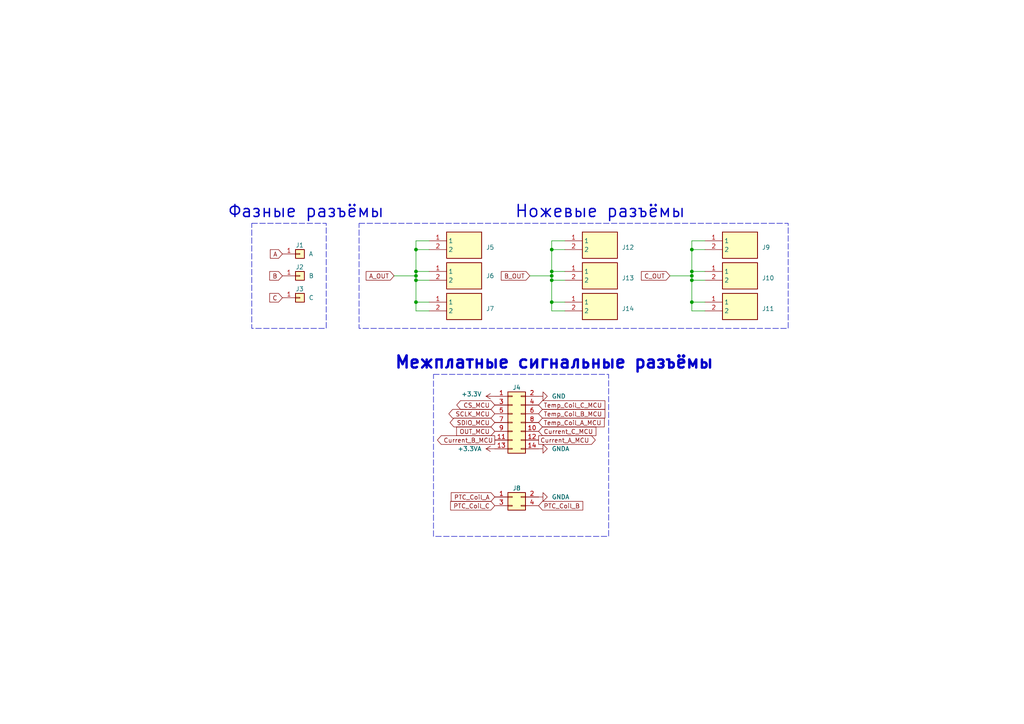
<source format=kicad_sch>
(kicad_sch (version 20230121) (generator eeschema)
  (paper "A4")
  (title_block (comment 1 "МПСТ.76721.758764.03.М Э3"))
  (lib_symbols
    (symbol "4900:4900"
      (property "Reference" "J" (at 16.51 7.62 0))
      (property "Value" "4900" (at 16.51 5.08 0))
      (symbol "4900_1_1"
        (rectangle (start 5.08 2.54) (end 15.24 -5.08) (stroke (width 0.254)) (fill (type background)))
        (pin passive line (at 0 0 0) (length 5.08) (name "1") (number "1"))
        (pin passive line (at 0 -2.54 0) (length 5.08) (name "2") (number "2"))
      )
    )
    (symbol "Connector_Generic:Conn_01x01" (pin_names (offset 1.016) hide)
      (property "Reference" "J" (at 0 2.54 0))
      (property "Value" "Conn_01x01" (at 0 -2.54 0))
      (symbol "Conn_01x01_1_1"
        (rectangle (start -1.27 0.127) (end 0 -0.127) (stroke (width 0.1524)))
        (rectangle (start -1.27 1.27) (end 1.27 -1.27) (stroke (width 0.254)) (fill (type background)))
        (pin passive line (at -5.08 0 0) (length 3.81) (name "Pin_1") (number "1"))
      )
    )
    (symbol "Connector_Generic:Conn_02x02_Odd_Even" (pin_names (offset 1.016) hide)
      (property "Reference" "J" (at 1.27 2.54 0))
      (property "Value" "Conn_02x02_Odd_Even" (at 1.27 -5.08 0))
      (symbol "Conn_02x02_Odd_Even_1_1"
        (rectangle (start -1.27 -2.413) (end 0 -2.667) (stroke (width 0.1524)))
        (rectangle (start -1.27 0.127) (end 0 -0.127) (stroke (width 0.1524)))
        (rectangle (start -1.27 1.27) (end 3.81 -3.81) (stroke (width 0.254)) (fill (type background)))
        (rectangle (start 3.81 -2.413) (end 2.54 -2.667) (stroke (width 0.1524)))
        (rectangle (start 3.81 0.127) (end 2.54 -0.127) (stroke (width 0.1524)))
        (pin passive line (at -5.08 0 0) (length 3.81) (name "Pin_1") (number "1"))
        (pin passive line (at 7.62 0 180) (length 3.81) (name "Pin_2") (number "2"))
        (pin passive line (at -5.08 -2.54 0) (length 3.81) (name "Pin_3") (number "3"))
        (pin passive line (at 7.62 -2.54 180) (length 3.81) (name "Pin_4") (number "4"))
      )
    )
    (symbol "Connector_Generic:Conn_02x07_Odd_Even" (pin_names (offset 1.016) hide)
      (property "Reference" "J" (at 1.27 10.16 0))
      (property "Value" "Conn_02x07_Odd_Even" (at 1.27 -10.16 0))
      (symbol "Conn_02x07_Odd_Even_1_1"
        (rectangle (start -1.27 -7.493) (end 0 -7.747) (stroke (width 0.1524)))
        (rectangle (start -1.27 -4.953) (end 0 -5.207) (stroke (width 0.1524)))
        (rectangle (start -1.27 -2.413) (end 0 -2.667) (stroke (width 0.1524)))
        (rectangle (start -1.27 0.127) (end 0 -0.127) (stroke (width 0.1524)))
        (rectangle (start -1.27 2.667) (end 0 2.413) (stroke (width 0.1524)))
        (rectangle (start -1.27 5.207) (end 0 4.953) (stroke (width 0.1524)))
        (rectangle (start -1.27 7.747) (end 0 7.493) (stroke (width 0.1524)))
        (rectangle (start -1.27 8.89) (end 3.81 -8.89) (stroke (width 0.254)) (fill (type background)))
        (rectangle (start 3.81 -7.493) (end 2.54 -7.747) (stroke (width 0.1524)))
        (rectangle (start 3.81 -4.953) (end 2.54 -5.207) (stroke (width 0.1524)))
        (rectangle (start 3.81 -2.413) (end 2.54 -2.667) (stroke (width 0.1524)))
        (rectangle (start 3.81 0.127) (end 2.54 -0.127) (stroke (width 0.1524)))
        (rectangle (start 3.81 2.667) (end 2.54 2.413) (stroke (width 0.1524)))
        (rectangle (start 3.81 5.207) (end 2.54 4.953) (stroke (width 0.1524)))
        (rectangle (start 3.81 7.747) (end 2.54 7.493) (stroke (width 0.1524)))
        (pin passive line (at -5.08 7.62 0) (length 3.81) (name "Pin_1") (number "1"))
        (pin passive line (at 7.62 -2.54 180) (length 3.81) (name "Pin_10") (number "10"))
        (pin passive line (at -5.08 -5.08 0) (length 3.81) (name "Pin_11") (number "11"))
        (pin passive line (at 7.62 -5.08 180) (length 3.81) (name "Pin_12") (number "12"))
        (pin passive line (at -5.08 -7.62 0) (length 3.81) (name "Pin_13") (number "13"))
        (pin passive line (at 7.62 -7.62 180) (length 3.81) (name "Pin_14") (number "14"))
        (pin passive line (at 7.62 7.62 180) (length 3.81) (name "Pin_2") (number "2"))
        (pin passive line (at -5.08 5.08 0) (length 3.81) (name "Pin_3") (number "3"))
        (pin passive line (at 7.62 5.08 180) (length 3.81) (name "Pin_4") (number "4"))
        (pin passive line (at -5.08 2.54 0) (length 3.81) (name "Pin_5") (number "5"))
        (pin passive line (at 7.62 2.54 180) (length 3.81) (name "Pin_6") (number "6"))
        (pin passive line (at -5.08 0 0) (length 3.81) (name "Pin_7") (number "7"))
        (pin passive line (at 7.62 0 180) (length 3.81) (name "Pin_8") (number "8"))
        (pin passive line (at -5.08 -2.54 0) (length 3.81) (name "Pin_9") (number "9"))
      )
    )
    (symbol "power:+3.3V" (power) (pin_names (offset 0))
      (property "Value" "+3.3V" (at 0 3.556 0))
      (symbol "+3.3V_0_1"
        (polyline (pts (xy -0.762 1.27) (xy 0 2.54)))
        (polyline (pts (xy 0 0) (xy 0 2.54)))
        (polyline (pts (xy 0 2.54) (xy 0.762 1.27)))
      )
      (symbol "+3.3V_1_1"
        (pin power_in line (at 0 0 90) (length 0) hide (name "+3.3V") (number "1"))
      )
    )
    (symbol "power:+3.3VA" (power) (pin_names (offset 0))
      (property "Value" "+3.3VA" (at 0 3.556 0))
      (symbol "+3.3VA_0_1"
        (polyline (pts (xy -0.762 1.27) (xy 0 2.54)))
        (polyline (pts (xy 0 0) (xy 0 2.54)))
        (polyline (pts (xy 0 2.54) (xy 0.762 1.27)))
      )
      (symbol "+3.3VA_1_1"
        (pin power_in line (at 0 0 90) (length 0) hide (name "+3.3VA") (number "1"))
      )
    )
    (symbol "power:GND" (power) (pin_names (offset 0))
      (property "Value" "GND" (at 0 -3.81 0))
      (symbol "GND_0_1"
        (polyline (pts (xy 0 0) (xy 0 -1.27) (xy 1.27 -1.27) (xy 0 -2.54) (xy -1.27 -1.27) (xy 0 -1.27)))
      )
      (symbol "GND_1_1"
        (pin power_in line (at 0 0 270) (length 0) hide (name "GND") (number "1"))
      )
    )
    (symbol "power:GNDA" (power) (pin_names (offset 0))
      (property "Value" "GNDA" (at 0 -3.81 0))
      (symbol "GNDA_0_1"
        (polyline (pts (xy 0 0) (xy 0 -1.27) (xy 1.27 -1.27) (xy 0 -2.54) (xy -1.27 -1.27) (xy 0 -1.27)))
      )
      (symbol "GNDA_1_1"
        (pin power_in line (at 0 0 270) (length 0) hide (name "GNDA") (number "1"))
      )
    )
  )
  (junction (at 160.02 81.28))
  (junction (at 200.66 72.39))
  (junction (at 120.65 78.74))
  (junction (at 160.02 78.74))
  (junction (at 120.65 72.39))
  (junction (at 160.02 72.39))
  (junction (at 120.65 80.01))
  (junction (at 200.66 81.28))
  (junction (at 200.66 87.63))
  (junction (at 120.65 81.28))
  (junction (at 120.65 87.63))
  (junction (at 160.02 87.63))
  (junction (at 200.66 80.01))
  (junction (at 160.02 80.01))
  (junction (at 200.66 78.74))
  (wire (pts (xy 163.83 69.85) (xy 160.02 69.85)))
  (wire (pts (xy 120.65 81.28) (xy 120.65 80.01)))
  (wire (pts (xy 200.66 80.01) (xy 200.66 78.74)))
  (wire (pts (xy 204.47 69.85) (xy 200.66 69.85)))
  (wire (pts (xy 200.66 81.28) (xy 200.66 80.01)))
  (wire (pts (xy 194.31 80.01) (xy 200.66 80.01)))
  (wire (pts (xy 120.65 72.39) (xy 120.65 78.74)))
  (wire (pts (xy 200.66 87.63) (xy 200.66 81.28)))
  (wire (pts (xy 163.83 87.63) (xy 160.02 87.63)))
  (wire (pts (xy 153.67 80.01) (xy 160.02 80.01)))
  (wire (pts (xy 120.65 72.39) (xy 124.46 72.39)))
  (wire (pts (xy 120.65 78.74) (xy 124.46 78.74)))
  (wire (pts (xy 160.02 80.01) (xy 160.02 78.74)))
  (wire (pts (xy 200.66 72.39) (xy 200.66 78.74)))
  (wire (pts (xy 160.02 87.63) (xy 160.02 81.28)))
  (wire (pts (xy 160.02 81.28) (xy 160.02 80.01)))
  (wire (pts (xy 160.02 72.39) (xy 160.02 78.74)))
  (wire (pts (xy 200.66 69.85) (xy 200.66 72.39)))
  (wire (pts (xy 204.47 81.28) (xy 200.66 81.28)))
  (wire (pts (xy 204.47 90.17) (xy 200.66 90.17)))
  (wire (pts (xy 204.47 87.63) (xy 200.66 87.63)))
  (wire (pts (xy 124.46 90.17) (xy 120.65 90.17)))
  (wire (pts (xy 200.66 90.17) (xy 200.66 87.63)))
  (wire (pts (xy 200.66 72.39) (xy 204.47 72.39)))
  (wire (pts (xy 120.65 69.85) (xy 120.65 72.39)))
  (wire (pts (xy 160.02 72.39) (xy 163.83 72.39)))
  (wire (pts (xy 163.83 81.28) (xy 160.02 81.28)))
  (wire (pts (xy 120.65 90.17) (xy 120.65 87.63)))
  (wire (pts (xy 124.46 81.28) (xy 120.65 81.28)))
  (wire (pts (xy 160.02 90.17) (xy 160.02 87.63)))
  (wire (pts (xy 160.02 78.74) (xy 163.83 78.74)))
  (wire (pts (xy 120.65 80.01) (xy 120.65 78.74)))
  (wire (pts (xy 114.3 80.01) (xy 120.65 80.01)))
  (wire (pts (xy 124.46 87.63) (xy 120.65 87.63)))
  (wire (pts (xy 120.65 87.63) (xy 120.65 81.28)))
  (wire (pts (xy 163.83 90.17) (xy 160.02 90.17)))
  (wire (pts (xy 160.02 69.85) (xy 160.02 72.39)))
  (wire (pts (xy 124.46 69.85) (xy 120.65 69.85)))
  (wire (pts (xy 200.66 78.74) (xy 204.47 78.74)))
  (rectangle (start 125.73 108.585) (end 176.53 155.575) (stroke (width 0) (type dash)))
  (rectangle (start 104.14 64.77) (end 228.6 95.25) (stroke (width 0) (type dash)))
  (rectangle (start 73.025 64.77) (end 94.615 95.25) (stroke (width 0) (type dash)))
  (text "Межплатные сигнальные разъёмы" (at 114.3 107.315 0) (effects (font (size 3.5 3.5) bold) (justify left bottom)))
  (text "Фазные разъёмы" (at 66.04 63.5 0) (effects (font (size 3.5 3.5) (thickness 0.4) bold) (justify left bottom)))
  (text "Ножевые разъёмы" (at 149.225 63.5 0) (effects (font (size 3.5 3.5) (thickness 0.4) bold) (justify left bottom)))
  (global_label "Current_A_MCU" (shape output) (at 156.21 127.635 0) (property "Intersheetrefs" "${INTERSHEET_REFS}" (effects hide)))
  (global_label "C" (shape input) (at 81.915 86.36 180) (property "Intersheetrefs" "${INTERSHEET_REFS}" (effects hide)))
  (global_label "CS_MCU" (shape bidirectional) (at 143.51 117.475 180) (property "Intersheetrefs" "${INTERSHEET_REFS}" (effects hide)))
  (global_label "Current_B_MCU" (shape output) (at 143.51 127.635 180) (property "Intersheetrefs" "${INTERSHEET_REFS}" (effects hide)))
  (global_label "C_OUT" (shape input) (at 194.31 80.01 180) (property "Intersheetrefs" "${INTERSHEET_REFS}" (effects hide)))
  (global_label "Current_C_MCU" (shape input) (at 156.21 125.095 0) (property "Intersheetrefs" "${INTERSHEET_REFS}" (effects hide)))
  (global_label "A" (shape input) (at 81.915 73.66 180) (property "Intersheetrefs" "${INTERSHEET_REFS}" (effects hide)))
  (global_label "SCLK_MCU" (shape bidirectional) (at 143.51 120.015 180) (property "Intersheetrefs" "${INTERSHEET_REFS}" (effects hide)))
  (global_label "B" (shape input) (at 81.915 80.01 180) (property "Intersheetrefs" "${INTERSHEET_REFS}" (effects hide)))
  (global_label "Temp_Coil_A_MCU" (shape input) (at 156.21 122.555 0) (property "Intersheetrefs" "${INTERSHEET_REFS}" (effects hide)))
  (global_label "OUT_MCU" (shape input) (at 143.51 125.095 180) (property "Intersheetrefs" "${INTERSHEET_REFS}" (effects hide)))
  (global_label "Temp_Coil_B_MCU" (shape input) (at 156.21 120.015 0) (property "Intersheetrefs" "${INTERSHEET_REFS}" (effects hide)))
  (global_label "PTC_Coil_B" (shape input) (at 156.21 146.685 0) (property "Intersheetrefs" "${INTERSHEET_REFS}" (effects hide)))
  (global_label "PTC_Coil_C" (shape input) (at 143.51 146.685 180) (property "Intersheetrefs" "${INTERSHEET_REFS}" (effects hide)))
  (global_label "B_OUT" (shape input) (at 153.67 80.01 180) (property "Intersheetrefs" "${INTERSHEET_REFS}" (effects hide)))
  (global_label "PTC_Coil_A" (shape input) (at 143.51 144.145 180) (property "Intersheetrefs" "${INTERSHEET_REFS}" (effects hide)))
  (global_label "A_OUT" (shape input) (at 114.3 80.01 180) (property "Intersheetrefs" "${INTERSHEET_REFS}" (effects hide)))
  (global_label "SDIO_MCU" (shape bidirectional) (at 143.51 122.555 180) (property "Intersheetrefs" "${INTERSHEET_REFS}" (effects hide)))
  (global_label "Temp_Coil_C_MCU" (shape input) (at 156.21 117.475 0) (property "Intersheetrefs" "${INTERSHEET_REFS}" (effects hide)))
  (symbol (lib_id "power:+3.3V") (at 143.51 114.935 90) (unit 1)
    (property "Reference" "#PWR016" (effects hide))
    (property "Value" "+3.3V" (at 139.7 114.3 90) (effects (justify left)))
    (instances (project "Плата датчиков" (path "" (reference "#PWR016") (unit 1)) (path "" (reference "#PWR016") (unit 1)) (path "" (reference "#PWR041") (unit 1))) (project "Плата управления" (path "" (reference "#PWR0113") (unit 1))))
  )
  (symbol (lib_id "Connector_Generic:Conn_02x07_Odd_Even") (at 148.59 122.555 0) (unit 1)
    (property "Reference" "J4" (at 149.86 112.395 0))
    (property "Value" "Conn_02x07_Odd_Even" (effects hide))
    (property "Footprint" "Connector_PinSocket_2.54mm:PinSocket_2x07_P2.54mm_Vertical" (effects hide))
    (instances (project "Плата датчиков" (path "" (reference "J4") (unit 1)) (path "" (reference "J4") (unit 1)) (path "" (reference "J27") (unit 1))))
  )
  (symbol (lib_id "Connector_Generic:Conn_01x01") (at 86.995 86.36 0) (unit 1)
    (property "Reference" "J3" (at 85.725 83.82 0) (effects (justify left)))
    (property "Value" "C" (at 89.535 86.36 0) (effects (justify left)))
    (property "Footprint" "Connector_My:Power_Wire" (effects hide))
    (instances (project "Плата датчиков" (path "" (reference "J3") (unit 1)) (path "" (reference "J3") (unit 1)) (path "" (reference "J23") (unit 1))))
  )
  (symbol (lib_id "4900:4900") (at 163.83 69.85 0) (unit 1)
    (property "Reference" "J12" (at 180.34 71.7549 0) (effects (justify left)))
    (property "Value" "4900" (effects hide))
    (property "Footprint" "Connector_My:4900" (effects hide))
    (property "Datasheet" "https://www.keyelco.com/product-pdf.cfm?p=597" (effects hide))
    (property "Height" "10.72" (effects hide))
    (property "Manufacturer_Name" "Keystone Electronics" (effects hide))
    (property "Manufacturer_Part_Number" "4900" (effects hide))
    (property "Mouser Part Number" "534-4900" (effects hide))
    (property "Mouser Price/Stock" "https://www.mouser.co.uk/ProductDetail/Keystone-Electronics/4900?qs=lQmX4aIt5iDWRkxqjAIN4A%3D%3D" (effects hide))
    (instances (project "Плата датчиков" (path "" (reference "J12") (unit 1)) (path "" (reference "J12") (unit 1)) (path "" (reference "J16") (unit 1))))
  )
  (symbol (lib_id "power:GND") (at 156.21 114.935 90) (unit 1)
    (property "Reference" "#PWR022" (effects hide))
    (property "Value" "GND" (at 160.02 114.935 90) (effects (justify right)))
    (instances (project "Плата датчиков" (path "" (reference "#PWR022") (unit 1)) (path "" (reference "#PWR017") (unit 1)) (path "" (reference "#PWR042") (unit 1))) (project "Плата управления" (path "" (reference "#PWR0116") (unit 1))))
  )
  (symbol (lib_id "4900:4900") (at 204.47 87.63 0) (unit 1)
    (property "Reference" "J11" (at 220.98 89.5349 0) (effects (justify left)))
    (property "Value" "4900" (effects hide))
    (property "Footprint" "Connector_My:4900" (effects hide))
    (property "Datasheet" "https://www.keyelco.com/product-pdf.cfm?p=597" (effects hide))
    (property "Height" "10.72" (effects hide))
    (property "Manufacturer_Name" "Keystone Electronics" (effects hide))
    (property "Manufacturer_Part_Number" "4900" (effects hide))
    (property "Mouser Part Number" "534-4900" (effects hide))
    (property "Mouser Price/Stock" "https://www.mouser.co.uk/ProductDetail/Keystone-Electronics/4900?qs=lQmX4aIt5iDWRkxqjAIN4A%3D%3D" (effects hide))
    (instances (project "Плата датчиков" (path "" (reference "J11") (unit 1)) (path "" (reference "J11") (unit 1)) (path "" (reference "J26") (unit 1))))
  )
  (symbol (lib_id "4900:4900") (at 124.46 78.74 0) (unit 1)
    (property "Reference" "J6" (at 140.97 80.01 0) (effects (justify left)))
    (property "Value" "4900" (effects hide))
    (property "Footprint" "Connector_My:4900" (effects hide))
    (property "Datasheet" "https://www.keyelco.com/product-pdf.cfm?p=597" (effects hide))
    (property "Height" "10.72" (effects hide))
    (property "Manufacturer_Name" "Keystone Electronics" (effects hide))
    (property "Manufacturer_Part_Number" "4900" (effects hide))
    (property "Mouser Part Number" "534-4900" (effects hide))
    (property "Mouser Price/Stock" "https://www.mouser.co.uk/ProductDetail/Keystone-Electronics/4900?qs=lQmX4aIt5iDWRkxqjAIN4A%3D%3D" (effects hide))
    (instances (project "Плата датчиков" (path "" (reference "J6") (unit 1)) (path "" (reference "J6") (unit 1)) (path "" (reference "J19") (unit 1))))
  )
  (symbol (lib_id "Connector_Generic:Conn_01x01") (at 86.995 80.01 0) (unit 1)
    (property "Reference" "J2" (at 85.725 77.47 0) (effects (justify left)))
    (property "Value" "B" (at 89.535 80.01 0) (effects (justify left)))
    (property "Footprint" "Connector_My:Power_Wire" (effects hide))
    (instances (project "Плата датчиков" (path "" (reference "J2") (unit 1)) (path "" (reference "J2") (unit 1)) (path "" (reference "J22") (unit 1))))
  )
  (symbol (lib_id "4900:4900") (at 163.83 87.63 0) (unit 1)
    (property "Reference" "J14" (at 180.34 89.5349 0) (effects (justify left)))
    (property "Value" "4900" (effects hide))
    (property "Footprint" "Connector_My:4900" (effects hide))
    (property "Datasheet" "https://www.keyelco.com/product-pdf.cfm?p=597" (effects hide))
    (property "Height" "10.72" (effects hide))
    (property "Manufacturer_Name" "Keystone Electronics" (effects hide))
    (property "Manufacturer_Part_Number" "4900" (effects hide))
    (property "Mouser Part Number" "534-4900" (effects hide))
    (property "Mouser Price/Stock" "https://www.mouser.co.uk/ProductDetail/Keystone-Electronics/4900?qs=lQmX4aIt5iDWRkxqjAIN4A%3D%3D" (effects hide))
    (instances (project "Плата датчиков" (path "" (reference "J14") (unit 1)) (path "" (reference "J14") (unit 1)) (path "" (reference "J25") (unit 1))))
  )
  (symbol (lib_id "4900:4900") (at 124.46 69.85 0) (unit 1)
    (property "Reference" "J5" (at 140.97 71.7549 0) (effects (justify left)))
    (property "Value" "4900" (effects hide))
    (property "Footprint" "Connector_My:4900" (effects hide))
    (property "Datasheet" "https://www.keyelco.com/product-pdf.cfm?p=597" (effects hide))
    (property "Height" "10.72" (effects hide))
    (property "Manufacturer_Name" "Keystone Electronics" (effects hide))
    (property "Manufacturer_Part_Number" "4900" (effects hide))
    (property "Mouser Part Number" "534-4900" (effects hide))
    (property "Mouser Price/Stock" "https://www.mouser.co.uk/ProductDetail/Keystone-Electronics/4900?qs=lQmX4aIt5iDWRkxqjAIN4A%3D%3D" (effects hide))
    (instances (project "Плата датчиков" (path "" (reference "J5") (unit 1)) (path "" (reference "J5") (unit 1)) (path "" (reference "J15") (unit 1))))
  )
  (symbol (lib_id "Connector_Generic:Conn_02x02_Odd_Even") (at 148.59 144.145 0) (unit 1)
    (property "Reference" "J8" (at 149.86 141.605 0))
    (property "Value" "Conn_02x02_Odd_Even" (effects hide))
    (property "Footprint" "Connector_PinHeader_2.54mm:PinHeader_2x02_P2.54mm_Vertical" (effects hide))
    (instances (project "Плата датчиков" (path "" (reference "J8") (unit 1)) (path "" (reference "J8") (unit 1)) (path "" (reference "J28") (unit 1))))
  )
  (symbol (lib_id "4900:4900") (at 204.47 69.85 0) (unit 1)
    (property "Reference" "J9" (at 220.98 71.7549 0) (effects (justify left)))
    (property "Value" "4900" (effects hide))
    (property "Footprint" "Connector_My:4900" (effects hide))
    (property "Datasheet" "https://www.keyelco.com/product-pdf.cfm?p=597" (effects hide))
    (property "Height" "10.72" (effects hide))
    (property "Manufacturer_Name" "Keystone Electronics" (effects hide))
    (property "Manufacturer_Part_Number" "4900" (effects hide))
    (property "Mouser Part Number" "534-4900" (effects hide))
    (property "Mouser Price/Stock" "https://www.mouser.co.uk/ProductDetail/Keystone-Electronics/4900?qs=lQmX4aIt5iDWRkxqjAIN4A%3D%3D" (effects hide))
    (instances (project "Плата датчиков" (path "" (reference "J9") (unit 1)) (path "" (reference "J7") (unit 1)) (path "" (reference "J17") (unit 1))))
  )
  (symbol (lib_id "power:GNDA") (at 156.21 144.145 90) (unit 1)
    (property "Reference" "#PWR038" (effects hide))
    (property "Value" "GNDA" (at 160.02 144.145 90) (effects (justify right)))
    (instances (project "Плата датчиков" (path "" (reference "#PWR038") (unit 1)) (path "" (reference "#PWR038") (unit 1)) (path "" (reference "#PWR045") (unit 1))))
  )
  (symbol (lib_id "4900:4900") (at 163.83 78.74 0) (unit 1)
    (property "Reference" "J13" (at 180.34 80.6449 0) (effects (justify left)))
    (property "Value" "4900" (effects hide))
    (property "Footprint" "Connector_My:4900" (effects hide))
    (property "Datasheet" "https://www.keyelco.com/product-pdf.cfm?p=597" (effects hide))
    (property "Height" "10.72" (effects hide))
    (property "Manufacturer_Name" "Keystone Electronics" (effects hide))
    (property "Manufacturer_Part_Number" "4900" (effects hide))
    (property "Mouser Part Number" "534-4900" (effects hide))
    (property "Mouser Price/Stock" "https://www.mouser.co.uk/ProductDetail/Keystone-Electronics/4900?qs=lQmX4aIt5iDWRkxqjAIN4A%3D%3D" (effects hide))
    (instances (project "Плата датчиков" (path "" (reference "J13") (unit 1)) (path "" (reference "J13") (unit 1)) (path "" (reference "J20") (unit 1))))
  )
  (symbol (lib_id "4900:4900") (at 124.46 87.63 0) (unit 1)
    (property "Reference" "J7" (at 140.97 89.5349 0) (effects (justify left)))
    (property "Value" "4900" (effects hide))
    (property "Footprint" "Connector_My:4900" (effects hide))
    (property "Datasheet" "https://www.keyelco.com/product-pdf.cfm?p=597" (effects hide))
    (property "Height" "10.72" (effects hide))
    (property "Manufacturer_Name" "Keystone Electronics" (effects hide))
    (property "Manufacturer_Part_Number" "4900" (effects hide))
    (property "Mouser Part Number" "534-4900" (effects hide))
    (property "Mouser Price/Stock" "https://www.mouser.co.uk/ProductDetail/Keystone-Electronics/4900?qs=lQmX4aIt5iDWRkxqjAIN4A%3D%3D" (effects hide))
    (instances (project "Плата датчиков" (path "" (reference "J7") (unit 1)) (path "" (reference "J9") (unit 1)) (path "" (reference "J24") (unit 1))))
  )
  (symbol (lib_id "4900:4900") (at 204.47 78.74 0) (unit 1)
    (property "Reference" "J10" (at 220.98 80.6449 0) (effects (justify left)))
    (property "Value" "4900" (effects hide))
    (property "Footprint" "Connector_My:4900" (effects hide))
    (property "Datasheet" "https://www.keyelco.com/product-pdf.cfm?p=597" (effects hide))
    (property "Height" "10.72" (effects hide))
    (property "Manufacturer_Name" "Keystone Electronics" (effects hide))
    (property "Manufacturer_Part_Number" "4900" (effects hide))
    (property "Mouser Part Number" "534-4900" (effects hide))
    (property "Mouser Price/Stock" "https://www.mouser.co.uk/ProductDetail/Keystone-Electronics/4900?qs=lQmX4aIt5iDWRkxqjAIN4A%3D%3D" (effects hide))
    (instances (project "Плата датчиков" (path "" (reference "J10") (unit 1)) (path "" (reference "J10") (unit 1)) (path "" (reference "J21") (unit 1))))
  )
  (symbol (lib_id "power:GNDA") (at 156.21 130.175 90) (unit 1)
    (property "Reference" "#PWR023" (effects hide))
    (property "Value" "GNDA" (at 160.02 130.175 90) (effects (justify right)))
    (instances (project "Плата датчиков" (path "" (reference "#PWR023") (unit 1)) (path "" (reference "#PWR023") (unit 1)) (path "" (reference "#PWR044") (unit 1))))
  )
  (symbol (lib_id "Connector_Generic:Conn_01x01") (at 86.995 73.66 0) (unit 1)
    (property "Reference" "J1" (at 85.725 71.12 0) (effects (justify left)))
    (property "Value" "A" (at 89.535 73.66 0) (effects (justify left)))
    (property "Footprint" "Connector_My:Power_Wire" (effects hide))
    (instances (project "Плата датчиков" (path "" (reference "J1") (unit 1)) (path "" (reference "J1") (unit 1)) (path "" (reference "J18") (unit 1))))
  )
  (symbol (lib_id "power:+3.3VA") (at 143.51 130.175 90) (unit 1)
    (property "Reference" "#PWR017" (effects hide))
    (property "Value" "+3.3VA" (at 139.7 130.175 90) (effects (justify left)))
    (instances (project "Плата датчиков" (path "" (reference "#PWR017") (unit 1)) (path "" (reference "#PWR022") (unit 1)) (path "" (reference "#PWR043") (unit 1))))
  )
)
</source>
